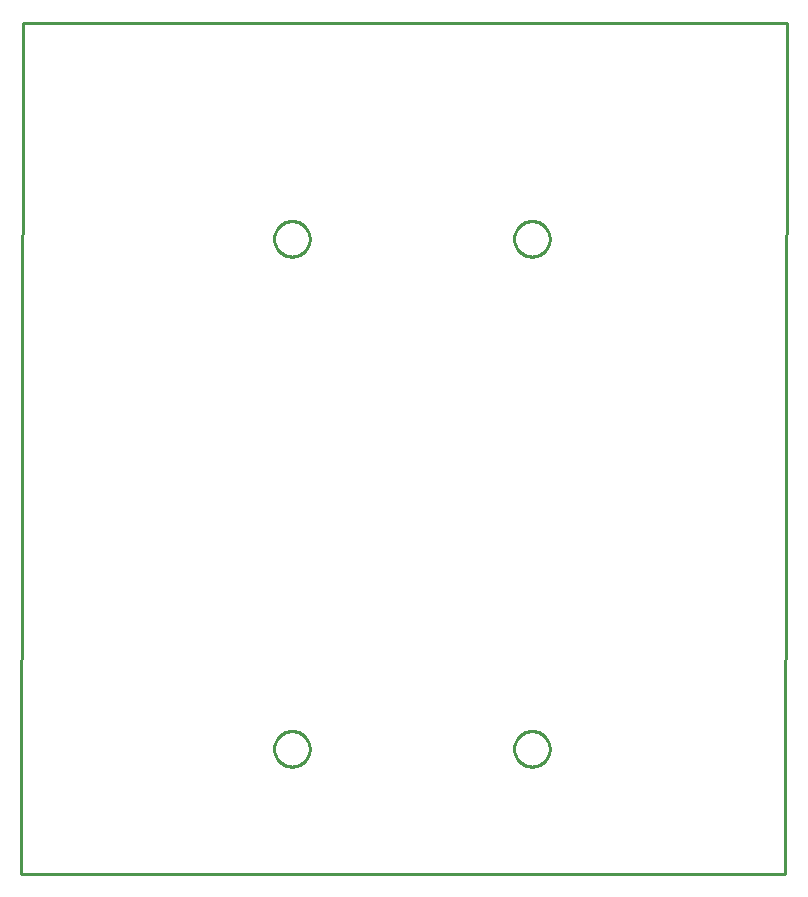
<source format=gbr>
G04 EAGLE Gerber RS-274X export*
G75*
%MOMM*%
%FSLAX34Y34*%
%LPD*%
%IN*%
%IPPOS*%
%AMOC8*
5,1,8,0,0,1.08239X$1,22.5*%
G01*
%ADD10C,0.254000*%


D10*
X303825Y249516D02*
X951055Y249516D01*
X952672Y970285D01*
X305441Y970285D01*
X303825Y249516D01*
X751600Y786864D02*
X751524Y785796D01*
X751371Y784735D01*
X751143Y783688D01*
X750841Y782660D01*
X750467Y781656D01*
X750022Y780681D01*
X749508Y779741D01*
X748929Y778840D01*
X748287Y777982D01*
X747585Y777172D01*
X746828Y776415D01*
X746018Y775713D01*
X745160Y775071D01*
X744259Y774492D01*
X743319Y773978D01*
X742344Y773533D01*
X741340Y773159D01*
X740312Y772857D01*
X739265Y772629D01*
X738204Y772476D01*
X737136Y772400D01*
X736064Y772400D01*
X734996Y772476D01*
X733935Y772629D01*
X732888Y772857D01*
X731860Y773159D01*
X730856Y773533D01*
X729881Y773978D01*
X728941Y774492D01*
X728040Y775071D01*
X727182Y775713D01*
X726372Y776415D01*
X725615Y777172D01*
X724913Y777982D01*
X724271Y778840D01*
X723692Y779741D01*
X723178Y780681D01*
X722733Y781656D01*
X722359Y782660D01*
X722057Y783688D01*
X721829Y784735D01*
X721676Y785796D01*
X721600Y786864D01*
X721600Y787936D01*
X721676Y789004D01*
X721829Y790065D01*
X722057Y791112D01*
X722359Y792140D01*
X722733Y793144D01*
X723178Y794119D01*
X723692Y795059D01*
X724271Y795960D01*
X724913Y796818D01*
X725615Y797628D01*
X726372Y798385D01*
X727182Y799087D01*
X728040Y799729D01*
X728941Y800308D01*
X729881Y800822D01*
X730856Y801267D01*
X731860Y801641D01*
X732888Y801943D01*
X733935Y802171D01*
X734996Y802324D01*
X736064Y802400D01*
X737136Y802400D01*
X738204Y802324D01*
X739265Y802171D01*
X740312Y801943D01*
X741340Y801641D01*
X742344Y801267D01*
X743319Y800822D01*
X744259Y800308D01*
X745160Y799729D01*
X746018Y799087D01*
X746828Y798385D01*
X747585Y797628D01*
X748287Y796818D01*
X748929Y795960D01*
X749508Y795059D01*
X750022Y794119D01*
X750467Y793144D01*
X750841Y792140D01*
X751143Y791112D01*
X751371Y790065D01*
X751524Y789004D01*
X751600Y787936D01*
X751600Y786864D01*
X751600Y355064D02*
X751524Y353996D01*
X751371Y352935D01*
X751143Y351888D01*
X750841Y350860D01*
X750467Y349856D01*
X750022Y348881D01*
X749508Y347941D01*
X748929Y347040D01*
X748287Y346182D01*
X747585Y345372D01*
X746828Y344615D01*
X746018Y343913D01*
X745160Y343271D01*
X744259Y342692D01*
X743319Y342178D01*
X742344Y341733D01*
X741340Y341359D01*
X740312Y341057D01*
X739265Y340829D01*
X738204Y340676D01*
X737136Y340600D01*
X736064Y340600D01*
X734996Y340676D01*
X733935Y340829D01*
X732888Y341057D01*
X731860Y341359D01*
X730856Y341733D01*
X729881Y342178D01*
X728941Y342692D01*
X728040Y343271D01*
X727182Y343913D01*
X726372Y344615D01*
X725615Y345372D01*
X724913Y346182D01*
X724271Y347040D01*
X723692Y347941D01*
X723178Y348881D01*
X722733Y349856D01*
X722359Y350860D01*
X722057Y351888D01*
X721829Y352935D01*
X721676Y353996D01*
X721600Y355064D01*
X721600Y356136D01*
X721676Y357204D01*
X721829Y358265D01*
X722057Y359312D01*
X722359Y360340D01*
X722733Y361344D01*
X723178Y362319D01*
X723692Y363259D01*
X724271Y364160D01*
X724913Y365018D01*
X725615Y365828D01*
X726372Y366585D01*
X727182Y367287D01*
X728040Y367929D01*
X728941Y368508D01*
X729881Y369022D01*
X730856Y369467D01*
X731860Y369841D01*
X732888Y370143D01*
X733935Y370371D01*
X734996Y370524D01*
X736064Y370600D01*
X737136Y370600D01*
X738204Y370524D01*
X739265Y370371D01*
X740312Y370143D01*
X741340Y369841D01*
X742344Y369467D01*
X743319Y369022D01*
X744259Y368508D01*
X745160Y367929D01*
X746018Y367287D01*
X746828Y366585D01*
X747585Y365828D01*
X748287Y365018D01*
X748929Y364160D01*
X749508Y363259D01*
X750022Y362319D01*
X750467Y361344D01*
X750841Y360340D01*
X751143Y359312D01*
X751371Y358265D01*
X751524Y357204D01*
X751600Y356136D01*
X751600Y355064D01*
X548400Y355064D02*
X548324Y353996D01*
X548171Y352935D01*
X547943Y351888D01*
X547641Y350860D01*
X547267Y349856D01*
X546822Y348881D01*
X546308Y347941D01*
X545729Y347040D01*
X545087Y346182D01*
X544385Y345372D01*
X543628Y344615D01*
X542818Y343913D01*
X541960Y343271D01*
X541059Y342692D01*
X540119Y342178D01*
X539144Y341733D01*
X538140Y341359D01*
X537112Y341057D01*
X536065Y340829D01*
X535004Y340676D01*
X533936Y340600D01*
X532864Y340600D01*
X531796Y340676D01*
X530735Y340829D01*
X529688Y341057D01*
X528660Y341359D01*
X527656Y341733D01*
X526681Y342178D01*
X525741Y342692D01*
X524840Y343271D01*
X523982Y343913D01*
X523172Y344615D01*
X522415Y345372D01*
X521713Y346182D01*
X521071Y347040D01*
X520492Y347941D01*
X519978Y348881D01*
X519533Y349856D01*
X519159Y350860D01*
X518857Y351888D01*
X518629Y352935D01*
X518476Y353996D01*
X518400Y355064D01*
X518400Y356136D01*
X518476Y357204D01*
X518629Y358265D01*
X518857Y359312D01*
X519159Y360340D01*
X519533Y361344D01*
X519978Y362319D01*
X520492Y363259D01*
X521071Y364160D01*
X521713Y365018D01*
X522415Y365828D01*
X523172Y366585D01*
X523982Y367287D01*
X524840Y367929D01*
X525741Y368508D01*
X526681Y369022D01*
X527656Y369467D01*
X528660Y369841D01*
X529688Y370143D01*
X530735Y370371D01*
X531796Y370524D01*
X532864Y370600D01*
X533936Y370600D01*
X535004Y370524D01*
X536065Y370371D01*
X537112Y370143D01*
X538140Y369841D01*
X539144Y369467D01*
X540119Y369022D01*
X541059Y368508D01*
X541960Y367929D01*
X542818Y367287D01*
X543628Y366585D01*
X544385Y365828D01*
X545087Y365018D01*
X545729Y364160D01*
X546308Y363259D01*
X546822Y362319D01*
X547267Y361344D01*
X547641Y360340D01*
X547943Y359312D01*
X548171Y358265D01*
X548324Y357204D01*
X548400Y356136D01*
X548400Y355064D01*
X548400Y786864D02*
X548324Y785796D01*
X548171Y784735D01*
X547943Y783688D01*
X547641Y782660D01*
X547267Y781656D01*
X546822Y780681D01*
X546308Y779741D01*
X545729Y778840D01*
X545087Y777982D01*
X544385Y777172D01*
X543628Y776415D01*
X542818Y775713D01*
X541960Y775071D01*
X541059Y774492D01*
X540119Y773978D01*
X539144Y773533D01*
X538140Y773159D01*
X537112Y772857D01*
X536065Y772629D01*
X535004Y772476D01*
X533936Y772400D01*
X532864Y772400D01*
X531796Y772476D01*
X530735Y772629D01*
X529688Y772857D01*
X528660Y773159D01*
X527656Y773533D01*
X526681Y773978D01*
X525741Y774492D01*
X524840Y775071D01*
X523982Y775713D01*
X523172Y776415D01*
X522415Y777172D01*
X521713Y777982D01*
X521071Y778840D01*
X520492Y779741D01*
X519978Y780681D01*
X519533Y781656D01*
X519159Y782660D01*
X518857Y783688D01*
X518629Y784735D01*
X518476Y785796D01*
X518400Y786864D01*
X518400Y787936D01*
X518476Y789004D01*
X518629Y790065D01*
X518857Y791112D01*
X519159Y792140D01*
X519533Y793144D01*
X519978Y794119D01*
X520492Y795059D01*
X521071Y795960D01*
X521713Y796818D01*
X522415Y797628D01*
X523172Y798385D01*
X523982Y799087D01*
X524840Y799729D01*
X525741Y800308D01*
X526681Y800822D01*
X527656Y801267D01*
X528660Y801641D01*
X529688Y801943D01*
X530735Y802171D01*
X531796Y802324D01*
X532864Y802400D01*
X533936Y802400D01*
X535004Y802324D01*
X536065Y802171D01*
X537112Y801943D01*
X538140Y801641D01*
X539144Y801267D01*
X540119Y800822D01*
X541059Y800308D01*
X541960Y799729D01*
X542818Y799087D01*
X543628Y798385D01*
X544385Y797628D01*
X545087Y796818D01*
X545729Y795960D01*
X546308Y795059D01*
X546822Y794119D01*
X547267Y793144D01*
X547641Y792140D01*
X547943Y791112D01*
X548171Y790065D01*
X548324Y789004D01*
X548400Y787936D01*
X548400Y786864D01*
M02*

</source>
